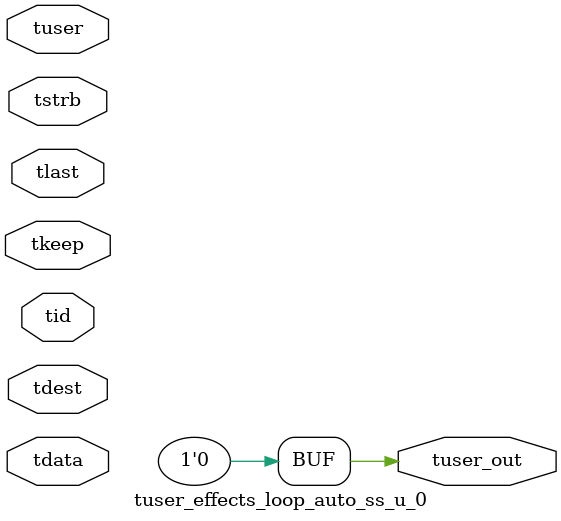
<source format=v>


`timescale 1ps/1ps

module tuser_effects_loop_auto_ss_u_0 #
(
parameter C_S_AXIS_TUSER_WIDTH = 1,
parameter C_S_AXIS_TDATA_WIDTH = 32,
parameter C_S_AXIS_TID_WIDTH   = 0,
parameter C_S_AXIS_TDEST_WIDTH = 0,
parameter C_M_AXIS_TUSER_WIDTH = 1
)
(
input  [(C_S_AXIS_TUSER_WIDTH == 0 ? 1 : C_S_AXIS_TUSER_WIDTH)-1:0     ] tuser,
input  [(C_S_AXIS_TDATA_WIDTH == 0 ? 1 : C_S_AXIS_TDATA_WIDTH)-1:0     ] tdata,
input  [(C_S_AXIS_TID_WIDTH   == 0 ? 1 : C_S_AXIS_TID_WIDTH)-1:0       ] tid,
input  [(C_S_AXIS_TDEST_WIDTH == 0 ? 1 : C_S_AXIS_TDEST_WIDTH)-1:0     ] tdest,
input  [(C_S_AXIS_TDATA_WIDTH/8)-1:0 ] tkeep,
input  [(C_S_AXIS_TDATA_WIDTH/8)-1:0 ] tstrb,
input                                                                    tlast,
output [C_M_AXIS_TUSER_WIDTH-1:0] tuser_out
);

assign tuser_out = {16'b0000000000000000};

endmodule


</source>
